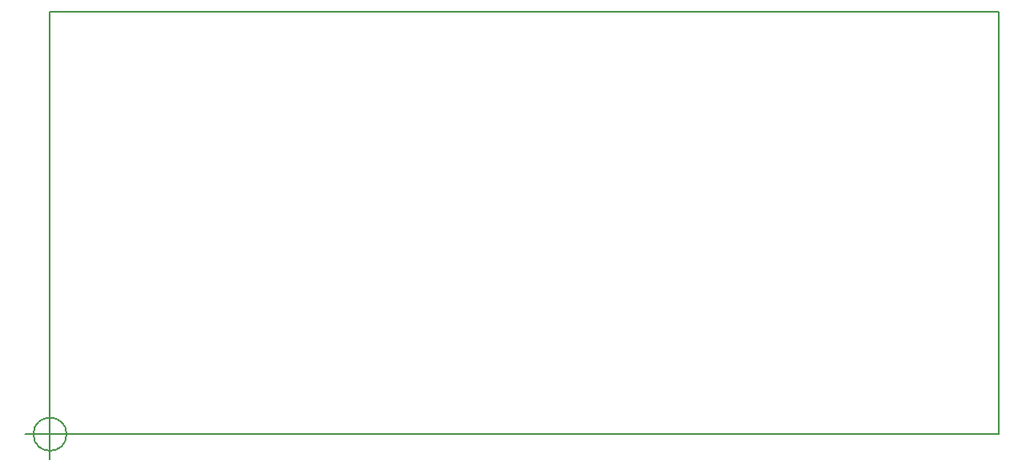
<source format=gbr>
G04 #@! TF.GenerationSoftware,KiCad,Pcbnew,(5.0.0)*
G04 #@! TF.CreationDate,2018-07-31T12:07:49+01:00*
G04 #@! TF.ProjectId,blanking,626C616E6B696E672E6B696361645F70,rev?*
G04 #@! TF.SameCoordinates,Original*
G04 #@! TF.FileFunction,Profile,NP*
%FSLAX46Y46*%
G04 Gerber Fmt 4.6, Leading zero omitted, Abs format (unit mm)*
G04 Created by KiCad (PCBNEW (5.0.0)) date 07/31/18 12:07:49*
%MOMM*%
%LPD*%
G01*
G04 APERTURE LIST*
%ADD10C,0.150000*%
G04 APERTURE END LIST*
D10*
X175116666Y-83275000D02*
G75*
G03X175116666Y-83275000I-1666666J0D01*
G01*
X170950000Y-83275000D02*
X175950000Y-83275000D01*
X173450000Y-80775000D02*
X173450000Y-85775000D01*
X173450000Y-83275000D02*
X173450000Y-63775000D01*
X173950000Y-83275000D02*
X173450000Y-83275000D01*
X268950000Y-83275000D02*
X173950000Y-83275000D01*
X268950000Y-40775000D02*
X268950000Y-83275000D01*
X173450000Y-40775000D02*
X268950000Y-40775000D01*
X173450000Y-63775000D02*
X173450000Y-40775000D01*
M02*

</source>
